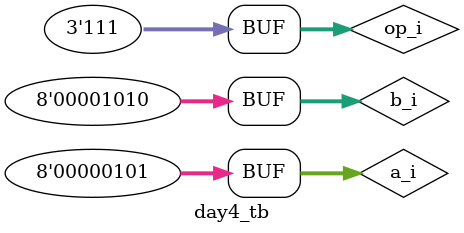
<source format=sv>

module day4_tb ();
  reg [7:0] a_i, b_i;
  reg [2:0] op_i;
  wire [7:0] alu_o;
  
  day4 DUT(.a_i(a_i), .b_i(b_i), .op_i(op_i), .alu_o(alu_o));
  
  initial 
    begin
      a_i = 8'd11; b_i = 8'd6; op_i = 3'b000;
      #10;
        
      a_i = 8'd15; b_i = 8'd3; op_i = 3'b001;
      #10;

      a_i = 8'b00001111; b_i = 8'b00000010; op_i = 3'b010;
      #10;

      a_i = 8'b00001111; b_i = 8'b00000010; op_i = 3'b011;
      #10;

      a_i = 8'b11001100; b_i = 8'b10101010; op_i = 3'b100;
      #10;

      a_i = 8'b11001100; b_i = 8'b10101010; op_i = 3'b101;
      #10;

      a_i = 8'b11001100; b_i = 8'b10101010; op_i = 3'b110;
      #10;

      a_i = 8'd5; b_i = 8'd5; op_i = 3'b111;
      #10;

      a_i = 8'd5; b_i = 8'd10; op_i = 3'b111;
      #10;
    end
endmodule

</source>
